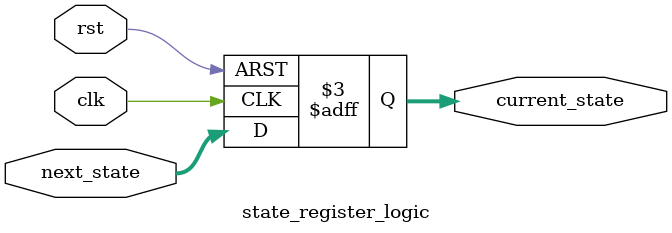
<source format=v>
`timescale 1ns / 1ps

module state_register_logic(
  input              clk,
  input [1:0]        next_state,
  input              rst,
  output reg [1:0]   current_state
);

  always @ (posedge clk or negedge rst) begin
    if(!rst)
      current_state <= 2'b00;
    else
      current_state <= next_state;
  end
endmodule

</source>
